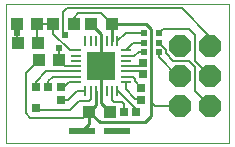
<source format=gtl>
G75*
G70*
%OFA0B0*%
%FSLAX24Y24*%
%IPPOS*%
%LPD*%
%AMOC8*
5,1,8,0,0,1.08239X$1,22.5*
%
%ADD10C,0.0000*%
%ADD11R,0.0870X0.0240*%
%ADD12R,0.0394X0.0433*%
%ADD13R,0.0091X0.0374*%
%ADD14R,0.0374X0.0091*%
%ADD15R,0.0945X0.0945*%
%ADD16R,0.0413X0.0425*%
%ADD17OC8,0.0740*%
%ADD18R,0.0276X0.0276*%
%ADD19C,0.0100*%
%ADD20C,0.0080*%
%ADD21C,0.0238*%
D10*
X006793Y006773D02*
X006793Y011439D01*
X014254Y011439D01*
X014254Y006773D01*
X006793Y006773D01*
D11*
X009352Y007206D03*
X010494Y007206D03*
D12*
X008565Y009569D03*
X007895Y009569D03*
X007856Y010769D03*
X008387Y010769D03*
X009057Y010769D03*
X007187Y010769D03*
D13*
X009450Y010175D03*
X009628Y010175D03*
X009805Y010175D03*
X009982Y010175D03*
X010159Y010175D03*
X010336Y010175D03*
X010513Y010175D03*
X010513Y008533D03*
X010336Y008533D03*
X010159Y008533D03*
X009982Y008533D03*
X009805Y008533D03*
X009628Y008533D03*
X009450Y008533D03*
D14*
X009155Y008820D03*
X009155Y008998D03*
X009155Y009175D03*
X009155Y009352D03*
X009155Y009529D03*
X009155Y009706D03*
X009155Y009883D03*
X010797Y009883D03*
X010797Y009706D03*
X010797Y009529D03*
X010797Y009352D03*
X010797Y009175D03*
X010797Y008998D03*
X010797Y008820D03*
D15*
X009982Y009352D03*
D16*
X010326Y010769D03*
X009637Y010769D03*
X007885Y010139D03*
X007196Y010139D03*
X009578Y007836D03*
X010267Y007836D03*
D17*
X012612Y008037D03*
X013612Y008037D03*
X013612Y009037D03*
X012612Y009037D03*
X012612Y010037D03*
X013612Y010037D03*
D18*
X011360Y009470D03*
X011360Y009076D03*
X011320Y008624D03*
X011301Y008230D03*
X011143Y007836D03*
X010750Y007836D03*
X008643Y008230D03*
X008643Y008643D03*
X008210Y008643D03*
X007797Y008643D03*
X007797Y007954D03*
D19*
X009352Y007206D02*
X009578Y007433D01*
X009578Y007836D01*
X009933Y007482D01*
X011429Y007482D01*
X011635Y007688D01*
X011635Y008191D01*
X011635Y010592D01*
X011458Y010769D01*
X010326Y010769D01*
X010336Y010759D01*
X010336Y010175D01*
X010336Y010415D01*
X009982Y010425D02*
X009637Y010769D01*
X009982Y010425D02*
X009982Y010175D01*
X009982Y009352D01*
X009982Y008533D01*
X009982Y008112D01*
X010257Y007836D01*
X010267Y007836D02*
X010376Y007836D01*
X009805Y008063D02*
X009578Y007836D01*
X009805Y008063D02*
X009805Y008533D01*
D20*
X009628Y008533D02*
X009628Y008250D01*
X009569Y008191D01*
X009254Y008191D01*
X008939Y007876D01*
X007876Y007876D01*
X007797Y007954D01*
X007620Y007620D02*
X007462Y007777D01*
X007462Y009135D01*
X007895Y009569D01*
X008151Y009175D02*
X007797Y008820D01*
X007797Y008643D01*
X008210Y008643D02*
X008210Y008840D01*
X008368Y008998D01*
X009155Y008998D01*
X009155Y009175D02*
X008151Y009175D01*
X008565Y009569D02*
X008565Y009943D01*
X008939Y009883D02*
X009155Y009883D01*
X008939Y009883D02*
X008387Y010435D01*
X008387Y010769D01*
X007856Y010769D01*
X007856Y010169D01*
X007885Y010139D01*
X007196Y010139D02*
X007187Y010149D01*
X007187Y010454D01*
X007187Y010769D01*
X008722Y010415D02*
X008761Y010376D01*
X008722Y010415D02*
X008722Y011163D01*
X008840Y011281D01*
X012659Y011281D01*
X013612Y010328D01*
X013612Y010037D01*
X013112Y010376D02*
X013112Y009537D01*
X013612Y009037D01*
X013112Y009313D02*
X013112Y008537D01*
X013612Y008037D01*
X012612Y008037D02*
X011789Y008037D01*
X011635Y008191D01*
X011301Y008230D02*
X011261Y008269D01*
X011104Y008269D01*
X010797Y008576D01*
X010797Y008820D01*
X010525Y008533D02*
X011143Y007915D01*
X011143Y007836D01*
X010750Y007836D02*
X010750Y008092D01*
X010671Y008171D01*
X010395Y008171D01*
X010336Y008230D01*
X010336Y008533D01*
X010513Y008533D02*
X010525Y008533D01*
X010797Y008998D02*
X011045Y008998D01*
X011104Y008939D01*
X011104Y008840D01*
X011320Y008624D01*
X011360Y009076D02*
X011261Y009175D01*
X010797Y009175D01*
X010797Y009352D02*
X011242Y009352D01*
X011360Y009470D01*
X011084Y009706D02*
X011242Y009824D01*
X011399Y009824D01*
X011084Y009706D02*
X010797Y009706D01*
X010797Y009883D02*
X011053Y010139D01*
X011399Y010139D01*
X011399Y010454D02*
X010793Y010454D01*
X010513Y010175D01*
X010326Y010769D02*
X009972Y011124D01*
X009214Y011124D01*
X009057Y010966D01*
X009057Y010769D01*
X008565Y009569D02*
X008781Y009352D01*
X009155Y009352D01*
X009155Y008820D02*
X008899Y008820D01*
X008761Y008683D01*
X008643Y008643D01*
X008269Y008683D02*
X008210Y008643D01*
X008643Y008230D02*
X008880Y008230D01*
X009183Y008533D01*
X009450Y008533D01*
X009578Y007836D02*
X009362Y007620D01*
X007620Y007620D01*
X010494Y007206D02*
X010809Y007206D01*
X012502Y009037D02*
X012612Y009037D01*
X012502Y009037D02*
X011891Y009647D01*
X011891Y009824D01*
X012128Y009785D02*
X012128Y009903D01*
X011891Y010139D01*
X011891Y010454D02*
X012029Y010592D01*
X012895Y010592D01*
X013112Y010376D01*
X012383Y009529D02*
X012128Y009785D01*
X012383Y009529D02*
X012895Y009529D01*
X013112Y009313D01*
D21*
X011891Y009824D03*
X011891Y010139D03*
X011891Y010454D03*
X011399Y010454D03*
X011399Y010139D03*
X011399Y009824D03*
X009982Y009352D03*
X008565Y009943D03*
X008761Y010376D03*
X007187Y010454D03*
X010376Y007836D03*
X010809Y007206D03*
M02*

</source>
